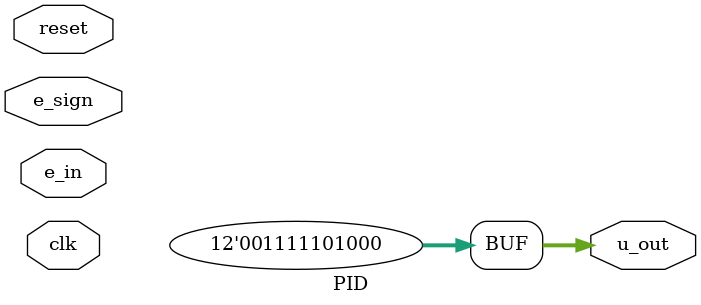
<source format=v>

module PID #(parameter W=11) // bit width – 1
(
output signed [W:0] u_out = 1000, // output
input clk,
input signed [W:0] e_in, // input
input e_sign,
input reset
);

reg signed [W:0] u_prev;
reg signed [W:0] e_prev[1:2];

parameter kp = 11; // change these values to suit your system
parameter ki = 0;
parameter kd = 0;


assign u_out = u_prev + (kp+ki+kd) * e_in + (-kp - 2*ki) * e_prev[1] + kd * e_prev[2];
 
always @ (posedge clk)
	if (reset == 0) begin
		u_prev <= 0;
		e_prev[1] <= 0;
		e_prev[2] <= 0;
	end
	else begin
		e_prev[2] <= e_prev[1];
		e_prev[1] <= e_in;
		u_prev <= u_out;
	end
endmodule 
</source>
